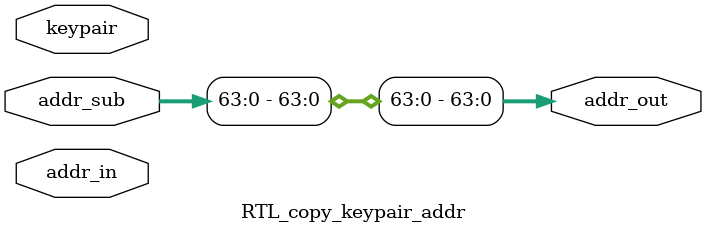
<source format=v>
`timescale 1ns / 1ps


module RTL_copy_keypair_addr(addr_in,addr_sub,keypair,addr_out);
input wire [255:0] addr_in,addr_sub; // 8x8 = 64
input wire [31:0]   keypair;
//input   wire            CLK;
//input   wire            RST;
//input   wire            start_in,start_in_sub;
output wire [255:0] addr_out;
//output  reg valid_out;
wire [255:0] out_copy_sub_tree;
`include "sha256_offsets.vh"
//always @(posedge CLK or negedge RST)	
//	begin
//		if(RST == 1'b0) begin
//			addr_out 			<= addr_in;
//			valid_out 			<= 1'b0;
//		end
//		else begin
//			if(start_in) begin
assign			addr_out[((SPX_OFFSET_TREE+8)*8-1): 0 ] = addr_sub[((SPX_OFFSET_TREE+8)*8-1):0];
assign          addr_out[((SPX_OFFSET_KP_ADDR1)*8-1):((SPX_OFFSET_TREE+8)*8)] = addr_in[((SPX_OFFSET_KP_ADDR1)*8-1):((SPX_OFFSET_TREE+8)*8)];
assign          addr_out[((SPX_OFFSET_KP_ADDR1+1)*8-1):((SPX_OFFSET_KP_ADDR1)*8)] = keypair[7:0];
assign			addr_out[255 :((SPX_OFFSET_KP_ADDR1+1)*8) ] = addr_in[255:((SPX_OFFSET_KP_ADDR1+1)*8)];

//			addr_out[((SPX_OFFSET_KP_ADDR1+4)*8-1):((SPX_OFFSET_KP_ADDR1)*8)] = out_copy_sub_tree[((SPX_OFFSET_KP_ADDR1+4)*8-1):((SPX_OFFSET_KP_ADDR1)*8)];
//				valid_out 			<= 1'b1;
//			end
//			else begin
//				addr_out			<= addr_out;
//				valid_out 			<= valid_out;
//			end
//		end
//	end

endmodule

</source>
